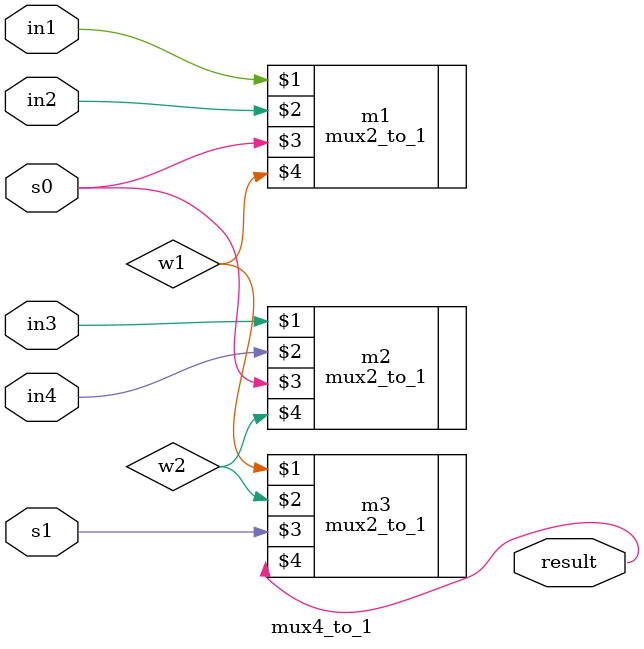
<source format=v>
module mux4_to_1(in1, in2,in3, in4, s1,s0, result);
	input in1, in2,in3, in4, s0, s1;
	output result;
	wire w1,w2,w3;
	
	mux2_to_1 m1(in1,in2,s0,w1);
	mux2_to_1 m2(in3,in4,s0,w2);
	mux2_to_1 m3(w1,w2,s1,result);
	
endmodule
</source>
